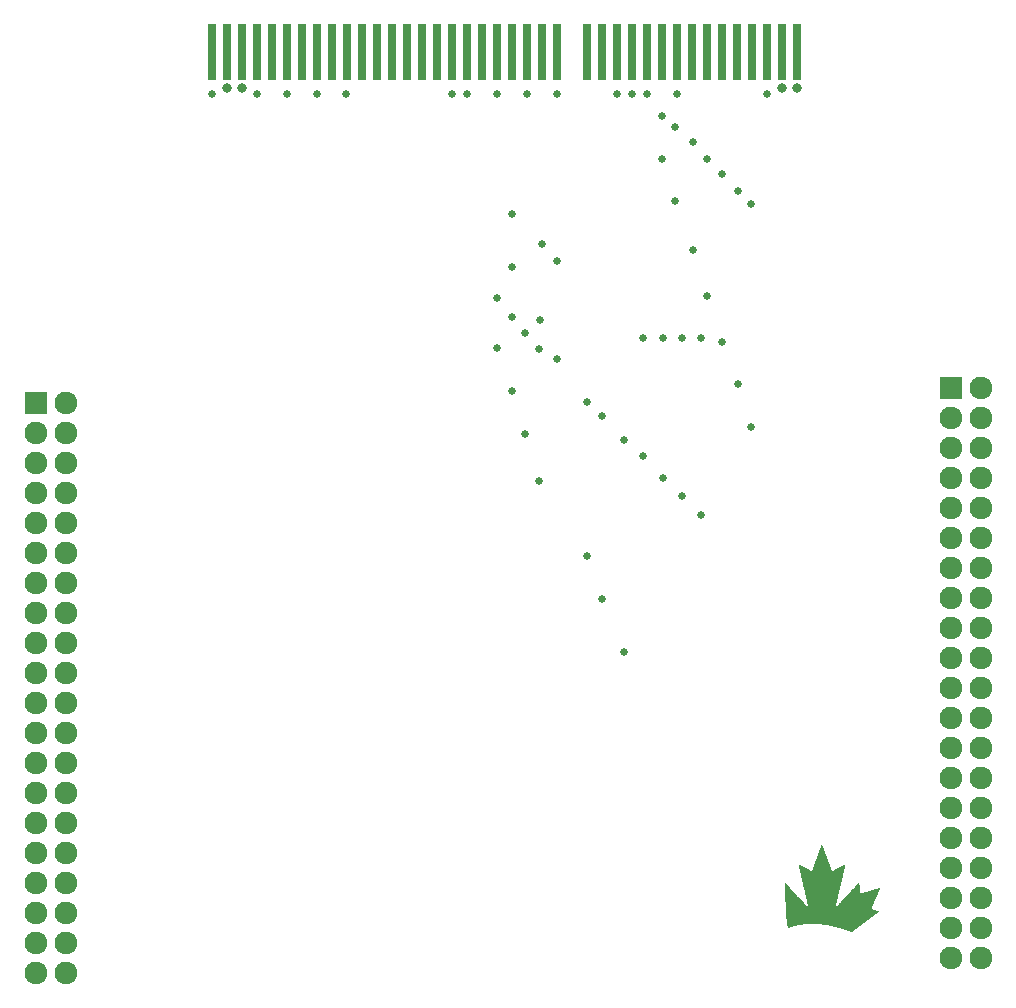
<source format=gbr>
%TF.GenerationSoftware,Altium Limited,Altium Designer,22.11.1 (43)*%
G04 Layer_Color=16711935*
%FSLAX45Y45*%
%MOMM*%
%TF.SameCoordinates,C297AA42-F212-4987-B5A2-20FF98F52B47*%
%TF.FilePolarity,Negative*%
%TF.FileFunction,Soldermask,Bot*%
%TF.Part,Single*%
G01*
G75*
%TA.AperFunction,SMDPad,CuDef*%
%ADD21R,0.73320X4.77520*%
%TA.AperFunction,ComponentPad*%
%ADD22C,1.92820*%
%ADD23R,1.92820X1.92820*%
%TA.AperFunction,ViaPad*%
%ADD24C,0.64720*%
%ADD25C,0.83820*%
G36*
X7485519Y3054711D02*
X7486926Y3051196D01*
X7487629Y3048383D01*
X7491145Y3039241D01*
X7492551Y3034319D01*
X7493606Y3033264D01*
X7494661Y3029397D01*
X7497474Y3023068D01*
X7498177Y3019552D01*
X7500990Y3013223D01*
X7501693Y3010411D01*
X7503099Y3006895D01*
X7504154Y3004433D01*
X7505209Y2999863D01*
X7507318Y2996347D01*
X7508022Y2992831D01*
X7510131Y2987908D01*
X7511537Y2984393D01*
X7512241Y2981580D01*
X7514350Y2976657D01*
X7515054Y2973845D01*
X7517515Y2967868D01*
X7518569Y2964000D01*
X7521382Y2957671D01*
X7522789Y2952046D01*
X7524195Y2950639D01*
X7524898Y2947123D01*
X7527711Y2940795D01*
X7528414Y2936576D01*
X7529821Y2933060D01*
X7531227Y2931653D01*
X7531930Y2927434D01*
X7533336Y2923918D01*
X7534391Y2922863D01*
X7535094Y2920051D01*
X7536149Y2915480D01*
X7537204Y2914425D01*
X7538259Y2910558D01*
X7540017Y2905987D01*
X7542478Y2899306D01*
X7543181Y2896494D01*
X7544587Y2895087D01*
X7545291Y2891571D01*
X7548104Y2885243D01*
X7549510Y2879617D01*
X7551268Y2875749D01*
X7552323Y2871882D01*
X7553729Y2868366D01*
X7554784Y2867311D01*
X7555839Y2862741D01*
X7558651Y2856412D01*
X7560058Y2850786D01*
X7561464Y2849380D01*
X7562167Y2845161D01*
X7563925Y2841293D01*
X7565683Y2836723D01*
X7567090Y2831800D01*
X7570254Y2829339D01*
X7575879Y2832152D01*
X7601194Y2845512D01*
X7604710Y2847622D01*
X7609281Y2850083D01*
X7613852Y2851841D01*
X7615258Y2853248D01*
X7616664Y2853951D01*
X7620181Y2855357D01*
X7621587Y2856763D01*
X7622993Y2857466D01*
X7626509Y2858873D01*
X7632838Y2862389D01*
X7636354Y2864498D01*
X7639167Y2865202D01*
X7640925Y2866960D01*
X7644792Y2868014D01*
X7646199Y2869421D01*
X7649714Y2871530D01*
X7654285Y2873991D01*
X7658153Y2875046D01*
X7660262Y2877156D01*
X7661669Y2877859D01*
X7665185Y2879266D01*
X7666591Y2880672D01*
X7670107Y2881375D01*
X7671513Y2882781D01*
X7677842Y2886297D01*
X7681358Y2887001D01*
X7682413Y2885946D01*
X7681006Y2883133D01*
X7680303Y2880320D01*
X7679600Y2875398D01*
X7678897Y2872585D01*
X7677491Y2869069D01*
X7676787Y2862741D01*
X7675381Y2857818D01*
X7674326Y2853951D01*
X7673271Y2847270D01*
X7671513Y2841293D01*
X7670459Y2837426D01*
X7669756Y2832503D01*
X7667997Y2826526D01*
X7667294Y2823713D01*
X7666591Y2818088D01*
X7665888Y2814572D01*
X7664481Y2811056D01*
X7663427Y2804376D01*
X7660966Y2796289D01*
X7659911Y2789609D01*
X7658856Y2785741D01*
X7657450Y2780116D01*
X7656395Y2773435D01*
X7655340Y2770271D01*
X7654285Y2766403D01*
X7653582Y2763591D01*
X7652879Y2758668D01*
X7651824Y2755504D01*
X7650418Y2749878D01*
X7649363Y2743198D01*
X7647605Y2737221D01*
X7646902Y2733705D01*
X7646199Y2729486D01*
X7645144Y2724915D01*
X7643737Y2721399D01*
X7643034Y2715774D01*
X7642331Y2712961D01*
X7640573Y2706984D01*
X7639518Y2700303D01*
X7638815Y2697491D01*
X7636706Y2689756D01*
X7636002Y2684833D01*
X7635299Y2682021D01*
X7633893Y2678505D01*
X7633189Y2672879D01*
X7632486Y2670066D01*
X7630728Y2664089D01*
X7629322Y2655651D01*
X7628619Y2652135D01*
X7627212Y2648619D01*
X7626158Y2641939D01*
X7624400Y2635961D01*
X7623345Y2632094D01*
X7622642Y2627172D01*
X7621939Y2624359D01*
X7620884Y2620491D01*
X7619126Y2610295D01*
X7617719Y2606779D01*
X7617016Y2604670D01*
X7616313Y2599044D01*
X7615610Y2596231D01*
X7614555Y2593067D01*
X7613852Y2590254D01*
X7612797Y2585683D01*
X7612094Y2580761D01*
X7611039Y2577597D01*
X7610336Y2574784D01*
X7609281Y2568104D01*
X7608578Y2565291D01*
X7606468Y2558259D01*
X7605765Y2553337D01*
X7605062Y2550524D01*
X7602952Y2542789D01*
X7602249Y2537866D01*
X7601546Y2535054D01*
X7600491Y2531186D01*
X7599436Y2526615D01*
X7598733Y2524506D01*
X7599085Y2522045D01*
X7601897Y2521341D01*
X7603656Y2525209D01*
X7612797Y2534351D01*
X7613500Y2535757D01*
X7614907Y2536460D01*
X7616664Y2538921D01*
X7619126Y2540679D01*
X7619829Y2542086D01*
X7620884Y2543140D01*
X7622290Y2543844D01*
X7622642Y2544898D01*
X7624751Y2547008D01*
X7625454Y2548414D01*
X7627212Y2550172D01*
X7628619Y2550876D01*
X7628970Y2551930D01*
X7630728Y2553688D01*
X7632135Y2554391D01*
X7632486Y2555446D01*
X7635299Y2558259D01*
X7636002Y2559665D01*
X7644089Y2567752D01*
X7647253Y2571620D01*
X7647957Y2573026D01*
X7649011Y2573378D01*
X7651121Y2576190D01*
X7652527Y2576893D01*
X7653582Y2577948D01*
X7654285Y2579355D01*
X7655340Y2579706D01*
X7657450Y2583222D01*
X7658856Y2583925D01*
X7659911Y2584980D01*
X7660614Y2586386D01*
X7662724Y2587793D01*
X7664481Y2590254D01*
X7665888Y2590957D01*
X7667646Y2594122D01*
X7669052Y2594825D01*
X7670810Y2597286D01*
X7672217Y2597989D01*
X7673623Y2600099D01*
X7676084Y2601857D01*
X7676787Y2603263D01*
X7678897Y2605373D01*
X7679600Y2606779D01*
X7689445Y2616624D01*
X7690148Y2618030D01*
X7699289Y2627172D01*
X7699993Y2628578D01*
X7707728Y2636313D01*
X7708431Y2637719D01*
X7719682Y2648971D01*
X7720385Y2650377D01*
X7726011Y2656003D01*
X7727769Y2658464D01*
X7729175Y2659167D01*
X7730933Y2661628D01*
X7731636Y2663034D01*
X7741481Y2672879D01*
X7742184Y2674285D01*
X7743591Y2674989D01*
X7744294Y2676395D01*
X7751326Y2683427D01*
X7752029Y2684833D01*
X7763280Y2696084D01*
X7763983Y2697491D01*
X7773124Y2706632D01*
X7775234Y2710148D01*
X7782617Y2717532D01*
X7786134Y2721751D01*
X7787540Y2722454D01*
X7787891Y2723509D01*
X7794220Y2729838D01*
X7794923Y2731244D01*
X7796681Y2733002D01*
X7798088Y2732299D01*
X7799142Y2728431D01*
X7799846Y2719290D01*
X7800901Y2716125D01*
X7801604Y2709796D01*
X7802307Y2702765D01*
X7803010Y2697139D01*
X7803713Y2693623D01*
X7804416Y2690810D01*
X7805120Y2685185D01*
X7805823Y2677450D01*
X7806526Y2671824D01*
X7807229Y2669011D01*
X7807932Y2664792D01*
X7808987Y2651080D01*
X7809690Y2648971D01*
X7810394Y2644048D01*
X7812152Y2640181D01*
X7813558Y2639478D01*
X7817074Y2640884D01*
X7820590Y2641587D01*
X7823403Y2642290D01*
X7828325Y2644400D01*
X7833247Y2645103D01*
X7836060Y2645806D01*
X7840982Y2647916D01*
X7845201Y2648619D01*
X7848366Y2649674D01*
X7851882Y2651080D01*
X7857859Y2652135D01*
X7862781Y2654244D01*
X7867000Y2654948D01*
X7869813Y2655651D01*
X7874736Y2657760D01*
X7878955Y2658464D01*
X7881767Y2659167D01*
X7885635Y2660925D01*
X7890909Y2661980D01*
X7894776Y2663034D01*
X7899347Y2664792D01*
X7904973Y2666199D01*
X7909543Y2667957D01*
X7915521Y2669011D01*
X7920091Y2670769D01*
X7927475Y2672528D01*
X7931342Y2674285D01*
X7939429Y2676043D01*
X7944351Y2678153D01*
X7948571Y2678856D01*
X7952438Y2679911D01*
X7955954Y2681317D01*
X7961228Y2682372D01*
X7964392Y2683427D01*
X7968963Y2685185D01*
X7971073Y2685888D01*
X7974237Y2685536D01*
X7974940Y2684130D01*
X7973534Y2679208D01*
X7971073Y2674637D01*
X7970018Y2670066D01*
X7968963Y2669011D01*
X7967205Y2664441D01*
X7966502Y2661628D01*
X7964392Y2659518D01*
X7963689Y2655299D01*
X7961579Y2651783D01*
X7960876Y2650377D01*
X7960173Y2647564D01*
X7958415Y2643697D01*
X7955954Y2637016D01*
X7954548Y2635610D01*
X7953844Y2632797D01*
X7952438Y2629281D01*
X7951383Y2628226D01*
X7950329Y2624359D01*
X7946812Y2616624D01*
X7946109Y2613811D01*
X7944703Y2612405D01*
X7944000Y2609592D01*
X7940484Y2601857D01*
X7939781Y2599044D01*
X7937671Y2595528D01*
X7936968Y2593418D01*
X7934858Y2588496D01*
X7933452Y2584980D01*
X7931342Y2580058D01*
X7929936Y2576542D01*
X7929233Y2573729D01*
X7928178Y2572674D01*
X7926420Y2568104D01*
X7925717Y2565291D01*
X7924311Y2563884D01*
X7923607Y2562478D01*
X7922904Y2559665D01*
X7921146Y2555798D01*
X7919388Y2551227D01*
X7916927Y2546656D01*
X7915872Y2542086D01*
X7914817Y2541031D01*
X7913059Y2536460D01*
X7910247Y2530131D01*
X7908137Y2525209D01*
X7907434Y2523803D01*
X7903918Y2516068D01*
X7903215Y2511848D01*
X7901105Y2509739D01*
X7901457Y2507278D01*
X7904973Y2505871D01*
X7908840Y2504113D01*
X7912356Y2503410D01*
X7916575Y2502707D01*
X7920091Y2501301D01*
X7927475Y2499543D01*
X7931342Y2498488D01*
X7935913Y2496730D01*
X7940835Y2496027D01*
X7945758Y2493917D01*
X7950680Y2493214D01*
X7953493Y2492511D01*
X7958064Y2490753D01*
X7963337Y2489698D01*
X7967205Y2488643D01*
X7967908Y2487237D01*
X7967205Y2484424D01*
X7964392Y2483018D01*
X7960525Y2479853D01*
X7959118Y2479150D01*
X7957712Y2477744D01*
X7956306Y2477041D01*
X7954196Y2474931D01*
X7950680Y2472821D01*
X7949274Y2471415D01*
X7945758Y2469305D01*
X7943648Y2467196D01*
X7942242Y2466493D01*
X7940132Y2464383D01*
X7936616Y2462273D01*
X7935210Y2460867D01*
X7931694Y2458758D01*
X7929584Y2456648D01*
X7928178Y2455945D01*
X7926772Y2454538D01*
X7922904Y2452077D01*
X7919036Y2448913D01*
X7917630Y2448210D01*
X7915521Y2446100D01*
X7914114Y2445397D01*
X7912708Y2443991D01*
X7909192Y2441881D01*
X7908840Y2440826D01*
X7904269Y2438365D01*
X7902863Y2436959D01*
X7901457Y2436255D01*
X7899347Y2434146D01*
X7895831Y2432036D01*
X7893722Y2429927D01*
X7892315Y2429223D01*
X7890909Y2427817D01*
X7887393Y2425708D01*
X7885283Y2423598D01*
X7881767Y2421488D01*
X7879658Y2419379D01*
X7878251Y2418676D01*
X7876845Y2417269D01*
X7873329Y2415160D01*
X7871219Y2413050D01*
X7869813Y2412347D01*
X7868407Y2410941D01*
X7864891Y2408831D01*
X7863484Y2407425D01*
X7859969Y2405315D01*
X7858914Y2404260D01*
X7858211Y2402854D01*
X7855749Y2401799D01*
X7854343Y2400393D01*
X7850827Y2398283D01*
X7849421Y2396877D01*
X7845905Y2394767D01*
X7845553Y2393712D01*
X7842389Y2391954D01*
X7840982Y2390548D01*
X7837466Y2388438D01*
X7836060Y2387032D01*
X7832192Y2384571D01*
X7831489Y2383164D01*
X7824809Y2378594D01*
X7823403Y2377891D01*
X7821293Y2375781D01*
X7819887Y2375078D01*
X7818480Y2373671D01*
X7814964Y2371562D01*
X7813558Y2370156D01*
X7810042Y2368046D01*
X7807932Y2365936D01*
X7806526Y2365233D01*
X7804416Y2363124D01*
X7800901Y2361014D01*
X7799494Y2359608D01*
X7795978Y2357498D01*
X7793869Y2355388D01*
X7792462Y2354685D01*
X7790704Y2352927D01*
X7786485Y2350115D01*
X7777695Y2343434D01*
X7772773Y2339918D01*
X7766444Y2334996D01*
X7765038Y2334293D01*
X7763631Y2332886D01*
X7760116Y2330777D01*
X7758709Y2329370D01*
X7756248Y2327613D01*
X7752380Y2324448D01*
X7750974Y2323745D01*
X7749567Y2322339D01*
X7746052Y2320229D01*
X7743942Y2318119D01*
X7742536Y2317416D01*
X7741129Y2316010D01*
X7737613Y2313900D01*
X7736207Y2311791D01*
X7731988Y2311088D01*
X7727417Y2313549D01*
X7722846Y2314603D01*
X7719330Y2316010D01*
X7718276Y2317065D01*
X7713705Y2318119D01*
X7707376Y2320932D01*
X7704563Y2321635D01*
X7699641Y2323745D01*
X7694016Y2325151D01*
X7690148Y2326909D01*
X7686280Y2327964D01*
X7681358Y2329370D01*
X7680303Y2330425D01*
X7672217Y2332183D01*
X7670810Y2333590D01*
X7665185Y2334996D01*
X7659208Y2337457D01*
X7653231Y2338512D01*
X7649363Y2340270D01*
X7645495Y2341325D01*
X7642683Y2342028D01*
X7637760Y2344138D01*
X7632135Y2344841D01*
X7625806Y2347653D01*
X7620181Y2348356D01*
X7617016Y2349411D01*
X7613500Y2350818D01*
X7609281Y2351521D01*
X7605765Y2352224D01*
X7600139Y2354334D01*
X7593459Y2355388D01*
X7588889Y2357146D01*
X7584318Y2358201D01*
X7579396Y2358904D01*
X7576583Y2359608D01*
X7573067Y2361014D01*
X7566738Y2361717D01*
X7561112Y2363124D01*
X7557597Y2364530D01*
X7549861Y2365233D01*
X7547049Y2365936D01*
X7543181Y2366991D01*
X7540368Y2367694D01*
X7531579Y2368749D01*
X7527711Y2369804D01*
X7519976Y2371210D01*
X7512241Y2371913D01*
X7505561Y2372968D01*
X7501693Y2374023D01*
X7496067Y2374726D01*
X7488332Y2375429D01*
X7482004Y2376133D01*
X7479191Y2376836D01*
X7477433Y2376484D01*
X7473917Y2377891D01*
X7458447Y2378594D01*
X7456337Y2379297D01*
X7436648Y2380000D01*
X7434538Y2380703D01*
X7369845Y2381406D01*
X7367735Y2380703D01*
X7360000Y2380000D01*
X7341717Y2378594D01*
X7326247Y2377187D01*
X7322379Y2376133D01*
X7316051Y2375429D01*
X7308316Y2374726D01*
X7305503Y2374023D01*
X7298471Y2372617D01*
X7291791Y2371562D01*
X7286868Y2370859D01*
X7280891Y2369101D01*
X7274211Y2368046D01*
X7264366Y2365233D01*
X7259444Y2364530D01*
X7254873Y2362772D01*
X7249599Y2361717D01*
X7245732Y2360663D01*
X7242216Y2359256D01*
X7237645Y2358201D01*
X7234832Y2357498D01*
X7230964Y2355740D01*
X7227097Y2354685D01*
X7222175Y2353279D01*
X7221120Y2352224D01*
X7216549Y2351169D01*
X7210220Y2348356D01*
X7207408Y2347653D01*
X7202485Y2345544D01*
X7198969Y2344841D01*
X7197914Y2345895D01*
X7197211Y2350115D01*
X7195453Y2354685D01*
X7193695Y2364881D01*
X7191586Y2369804D01*
X7190883Y2378242D01*
X7189125Y2384219D01*
X7188421Y2387735D01*
X7187718Y2393361D01*
X7186664Y2400744D01*
X7185609Y2404612D01*
X7184906Y2407425D01*
X7183851Y2419730D01*
X7182796Y2423598D01*
X7181389Y2434849D01*
X7180335Y2449968D01*
X7179280Y2453835D01*
X7177874Y2472118D01*
X7177170Y2486885D01*
X7176467Y2506574D01*
X7175764Y2529780D01*
X7175061Y2533296D01*
X7173654Y2609240D01*
X7172600Y2726321D01*
X7175764Y2726673D01*
X7176819Y2725618D01*
X7177522Y2724212D01*
X7178928Y2722806D01*
X7180686Y2720344D01*
X7182093Y2719641D01*
X7183851Y2717883D01*
X7184554Y2716477D01*
X7185609Y2716125D01*
X7186664Y2715071D01*
X7187367Y2713664D01*
X7193695Y2707335D01*
X7194399Y2705929D01*
X7195453Y2705578D01*
X7196508Y2704523D01*
X7197211Y2703116D01*
X7200024Y2700303D01*
X7200727Y2698897D01*
X7209869Y2689756D01*
X7210572Y2688349D01*
X7220417Y2678505D01*
X7221120Y2677098D01*
X7230964Y2667253D01*
X7231668Y2665847D01*
X7240809Y2656706D01*
X7241512Y2655299D01*
X7244325Y2652486D01*
X7245028Y2651080D01*
X7254170Y2641939D01*
X7254873Y2640532D01*
X7264014Y2631391D01*
X7264718Y2629984D01*
X7274562Y2620140D01*
X7275266Y2618733D01*
X7282649Y2611350D01*
X7285813Y2607482D01*
X7286517Y2606076D01*
X7288626Y2604670D01*
X7289329Y2603263D01*
X7290384Y2602208D01*
X7291791Y2601505D01*
X7292142Y2600450D01*
X7295658Y2596934D01*
X7296361Y2595528D01*
X7297768Y2594825D01*
X7298471Y2593418D01*
X7300229Y2591661D01*
X7301635Y2590957D01*
X7301987Y2589903D01*
X7303745Y2588145D01*
X7305151Y2587441D01*
X7305503Y2586386D01*
X7307612Y2584277D01*
X7308316Y2582871D01*
X7318863Y2572323D01*
X7319567Y2570916D01*
X7328005Y2562478D01*
X7328708Y2561072D01*
X7332927Y2556853D01*
X7333630Y2555446D01*
X7334685Y2555095D01*
X7337498Y2552282D01*
X7340311Y2548063D01*
X7341717Y2547359D01*
X7343123Y2545250D01*
X7345584Y2543492D01*
X7346288Y2542086D01*
X7347342Y2541031D01*
X7348749Y2540328D01*
X7349101Y2539273D01*
X7351913Y2536460D01*
X7352616Y2535054D01*
X7353671Y2533999D01*
X7355078Y2533296D01*
X7356484Y2531186D01*
X7358945Y2529428D01*
X7359648Y2528022D01*
X7361758Y2525912D01*
X7362461Y2524506D01*
X7365626Y2522045D01*
X7367735Y2521341D01*
X7368087Y2522396D01*
X7367032Y2526264D01*
X7365977Y2532241D01*
X7365274Y2535054D01*
X7363867Y2538570D01*
X7363164Y2544898D01*
X7362461Y2547711D01*
X7360703Y2553688D01*
X7359297Y2562126D01*
X7358594Y2564939D01*
X7357187Y2568455D01*
X7356132Y2575136D01*
X7355429Y2577948D01*
X7354374Y2581113D01*
X7353671Y2583925D01*
X7352616Y2592012D01*
X7350859Y2596583D01*
X7349101Y2606779D01*
X7347342Y2611350D01*
X7346288Y2618030D01*
X7345584Y2620843D01*
X7344178Y2625765D01*
X7343475Y2627875D01*
X7342772Y2634907D01*
X7341014Y2639478D01*
X7340311Y2642993D01*
X7339256Y2648971D01*
X7337498Y2654948D01*
X7336795Y2657760D01*
X7335740Y2664441D01*
X7335037Y2667253D01*
X7333630Y2670769D01*
X7332927Y2676395D01*
X7331521Y2682021D01*
X7330114Y2686943D01*
X7329411Y2689756D01*
X7328708Y2694678D01*
X7328005Y2697491D01*
X7326599Y2701007D01*
X7325895Y2707335D01*
X7324489Y2712961D01*
Y2713664D01*
X7323434Y2716125D01*
X7322379Y2722806D01*
X7320621Y2728783D01*
X7319567Y2732650D01*
X7318863Y2737573D01*
X7318160Y2740385D01*
X7317105Y2743550D01*
X7316402Y2746363D01*
X7315347Y2754449D01*
X7313589Y2759020D01*
X7312535Y2764294D01*
X7311831Y2769216D01*
X7310074Y2773787D01*
X7309019Y2780467D01*
X7308316Y2783280D01*
X7307261Y2787148D01*
X7306557Y2789960D01*
X7305503Y2796641D01*
X7303393Y2803673D01*
X7302690Y2806485D01*
X7301987Y2811408D01*
X7300229Y2817385D01*
X7299526Y2820198D01*
X7298471Y2826878D01*
X7296713Y2832855D01*
X7295306Y2841293D01*
X7294252Y2845161D01*
X7292845Y2848677D01*
X7292142Y2854302D01*
X7291439Y2857115D01*
X7290384Y2860983D01*
X7288626Y2868366D01*
X7287923Y2873288D01*
X7286517Y2876804D01*
X7285813Y2881727D01*
X7285110Y2883836D01*
X7285462Y2887001D01*
X7287571Y2887704D01*
X7288978Y2886297D01*
X7300932Y2879969D01*
X7307261Y2876453D01*
X7310777Y2874343D01*
X7314293Y2872937D01*
X7321324Y2868718D01*
X7322731Y2868014D01*
X7326247Y2866608D01*
X7332576Y2863092D01*
X7336092Y2860983D01*
X7339607Y2859576D01*
X7340662Y2858521D01*
X7344530Y2857466D01*
X7345936Y2856060D01*
X7355078Y2851138D01*
X7358594Y2849731D01*
X7358945Y2848677D01*
X7361406Y2847622D01*
X7365977Y2845161D01*
X7370548Y2843403D01*
X7372306Y2841645D01*
X7376877Y2839887D01*
X7378283Y2838480D01*
X7379689Y2837777D01*
X7390237Y2832855D01*
X7392347Y2830745D01*
X7397972Y2830042D01*
X7399730Y2831800D01*
X7400434Y2836019D01*
X7401840Y2839535D01*
X7402895Y2840590D01*
X7403949Y2845161D01*
X7406762Y2851489D01*
X7407465Y2854302D01*
X7408872Y2857818D01*
X7409927Y2860279D01*
X7410981Y2864850D01*
X7413091Y2868366D01*
X7413794Y2872585D01*
X7416255Y2877156D01*
X7417310Y2881727D01*
X7419068Y2885594D01*
X7420826Y2890165D01*
X7421529Y2892978D01*
X7423287Y2896845D01*
X7424342Y2900713D01*
X7427155Y2907041D01*
X7428561Y2912667D01*
X7429967Y2914073D01*
X7430671Y2917589D01*
X7434187Y2926731D01*
X7434890Y2929544D01*
X7436648Y2932708D01*
X7437702Y2936576D01*
X7439812Y2941498D01*
X7440515Y2944311D01*
X7443328Y2950639D01*
X7444031Y2953452D01*
X7445086Y2956616D01*
X7447196Y2962242D01*
X7448250Y2966813D01*
X7449305Y2967868D01*
X7451063Y2972438D01*
X7451766Y2975251D01*
X7453524Y2978415D01*
X7454579Y2982986D01*
X7457392Y2989315D01*
X7458095Y2992128D01*
X7460908Y2999159D01*
X7462314Y3004082D01*
X7463369Y3005136D01*
X7464424Y3009004D01*
X7465127Y3011817D01*
X7467237Y3015333D01*
X7467940Y3019552D01*
X7469698Y3023420D01*
X7471456Y3027990D01*
X7473565Y3032913D01*
X7474269Y3036429D01*
X7476378Y3041351D01*
X7477784Y3044867D01*
X7478488Y3047680D01*
X7480597Y3052602D01*
X7482004Y3057524D01*
X7483762Y3057876D01*
X7485519Y3054711D01*
D02*
G37*
D21*
X5238700Y9760000D02*
D03*
X7270700D02*
D03*
X7143700D02*
D03*
X7016700D02*
D03*
X6889700D02*
D03*
X6762700D02*
D03*
X6635700D02*
D03*
X6508700D02*
D03*
X6381700D02*
D03*
X6254700D02*
D03*
X6127700D02*
D03*
X6000700D02*
D03*
X5873700D02*
D03*
X5746700D02*
D03*
X5619700D02*
D03*
X5492700D02*
D03*
X5111700D02*
D03*
X4984700D02*
D03*
X4857700D02*
D03*
X4730700D02*
D03*
X4603700D02*
D03*
X4476700D02*
D03*
X4349700D02*
D03*
X4222700D02*
D03*
X4095700D02*
D03*
X3968700D02*
D03*
X3841700D02*
D03*
X3714700D02*
D03*
X3587700D02*
D03*
X3460700D02*
D03*
X3333700D02*
D03*
X3206700D02*
D03*
X3079700D02*
D03*
X2952700D02*
D03*
X2825700D02*
D03*
X2698700D02*
D03*
X2571700D02*
D03*
X2444700D02*
D03*
X2317700D02*
D03*
D22*
X8826500Y2095500D02*
D03*
X8572500D02*
D03*
X8826500Y2349500D02*
D03*
X8572500D02*
D03*
X8826500Y2603500D02*
D03*
X8572500D02*
D03*
X8826500Y2857500D02*
D03*
X8572500D02*
D03*
X8826500Y3111500D02*
D03*
X8572500D02*
D03*
X8826500Y3365500D02*
D03*
X8572500D02*
D03*
X8826500Y3619500D02*
D03*
X8572500D02*
D03*
X8826500Y3873500D02*
D03*
X8572500D02*
D03*
X8826500Y4127500D02*
D03*
X8572500D02*
D03*
X8826500Y4381500D02*
D03*
X8572500D02*
D03*
X8826500Y4635500D02*
D03*
X8572500D02*
D03*
X8826500Y4889500D02*
D03*
X8572500D02*
D03*
X8826500Y5143500D02*
D03*
X8572500D02*
D03*
X8826500Y5397500D02*
D03*
X8572500D02*
D03*
X8826500Y5651500D02*
D03*
X8572500D02*
D03*
X8826500Y5905500D02*
D03*
X8572500D02*
D03*
X8826500Y6159500D02*
D03*
X8572500D02*
D03*
X8826500Y6413500D02*
D03*
X8572500D02*
D03*
X8826500Y6667500D02*
D03*
X8572500D02*
D03*
X8826500Y6921500D02*
D03*
X1079500Y1968500D02*
D03*
X825500D02*
D03*
X1079500Y2222500D02*
D03*
X825500D02*
D03*
X1079500Y2476500D02*
D03*
X825500D02*
D03*
X1079500Y2730500D02*
D03*
X825500D02*
D03*
X1079500Y2984500D02*
D03*
X825500D02*
D03*
X1079500Y3238500D02*
D03*
X825500D02*
D03*
X1079500Y3492500D02*
D03*
X825500D02*
D03*
X1079500Y3746500D02*
D03*
X825500D02*
D03*
X1079500Y4000500D02*
D03*
X825500D02*
D03*
X1079500Y4254500D02*
D03*
X825500D02*
D03*
X1079500Y4508500D02*
D03*
X825500D02*
D03*
X1079500Y4762500D02*
D03*
X825500D02*
D03*
X1079500Y5016500D02*
D03*
X825500D02*
D03*
X1079500Y5270500D02*
D03*
X825500D02*
D03*
X1079500Y5524500D02*
D03*
X825500D02*
D03*
X1079500Y5778500D02*
D03*
X825500D02*
D03*
X1079500Y6032500D02*
D03*
X825500D02*
D03*
X1079500Y6286500D02*
D03*
X825500D02*
D03*
X1079500Y6540500D02*
D03*
X825500D02*
D03*
X1079500Y6794500D02*
D03*
D23*
X8572500Y6921500D02*
D03*
X825500Y6794500D02*
D03*
D24*
X4968664Y6531336D02*
D03*
X6000700Y9410000D02*
D03*
X6130000Y9220000D02*
D03*
X6254700Y9410000D02*
D03*
X6460000Y7340000D02*
D03*
Y5840000D02*
D03*
X5970000Y6340000D02*
D03*
X6300000Y6000000D02*
D03*
Y7340000D02*
D03*
X6140000D02*
D03*
Y6160000D02*
D03*
X6390000Y8088000D02*
D03*
X6130000Y8856000D02*
D03*
X6240000Y9130000D02*
D03*
X6390000Y9000000D02*
D03*
X6240000Y8500000D02*
D03*
X6510000Y8860000D02*
D03*
X5970000Y7340000D02*
D03*
X5810000Y4680000D02*
D03*
Y6480000D02*
D03*
X5873700Y9410000D02*
D03*
X5746700D02*
D03*
X5620000Y6680000D02*
D03*
X5490000Y6800000D02*
D03*
X5620000Y5130000D02*
D03*
X5490000Y5500000D02*
D03*
X5240000Y7160000D02*
D03*
X5090000Y7250000D02*
D03*
X5240000Y7990000D02*
D03*
X5100000Y7490000D02*
D03*
X4970000Y7380000D02*
D03*
X5110000Y8140000D02*
D03*
X4984700Y9410000D02*
D03*
X5090000Y6130000D02*
D03*
X4860000Y7520000D02*
D03*
Y6890000D02*
D03*
X4730000Y7260000D02*
D03*
Y7680000D02*
D03*
X4860000Y7940000D02*
D03*
X4476700Y9410000D02*
D03*
X4860000Y8390000D02*
D03*
X6880000Y6590000D02*
D03*
Y8480000D02*
D03*
X6770000Y6950000D02*
D03*
Y8590000D02*
D03*
X6640000Y8730000D02*
D03*
Y7310000D02*
D03*
X6510000Y7700000D02*
D03*
X5238700Y9410000D02*
D03*
X7016700D02*
D03*
X3457750D02*
D03*
X4349700D02*
D03*
X2952700D02*
D03*
X4730700D02*
D03*
X3206700D02*
D03*
X2698700D02*
D03*
X2317700D02*
D03*
D25*
X2444700Y9460000D02*
D03*
X2571700D02*
D03*
X7270700D02*
D03*
X7143700D02*
D03*
%TF.MD5,81611767f1fed96864b3429e11c3a335*%
M02*

</source>
